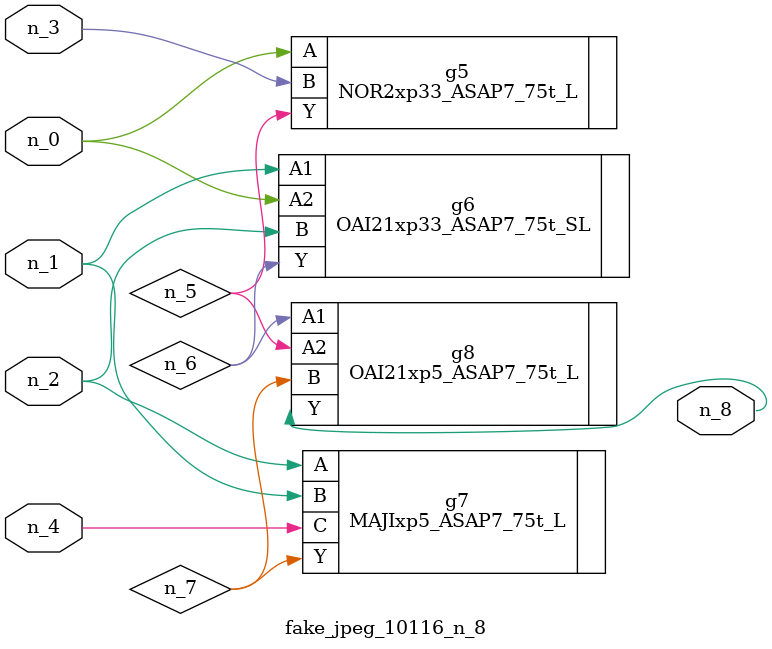
<source format=v>
module fake_jpeg_10116_n_8 (n_3, n_2, n_1, n_0, n_4, n_8);

input n_3;
input n_2;
input n_1;
input n_0;
input n_4;

output n_8;

wire n_6;
wire n_5;
wire n_7;

NOR2xp33_ASAP7_75t_L g5 ( 
.A(n_0),
.B(n_3),
.Y(n_5)
);

OAI21xp33_ASAP7_75t_SL g6 ( 
.A1(n_1),
.A2(n_0),
.B(n_2),
.Y(n_6)
);

MAJIxp5_ASAP7_75t_L g7 ( 
.A(n_2),
.B(n_1),
.C(n_4),
.Y(n_7)
);

OAI21xp5_ASAP7_75t_L g8 ( 
.A1(n_6),
.A2(n_5),
.B(n_7),
.Y(n_8)
);


endmodule
</source>
